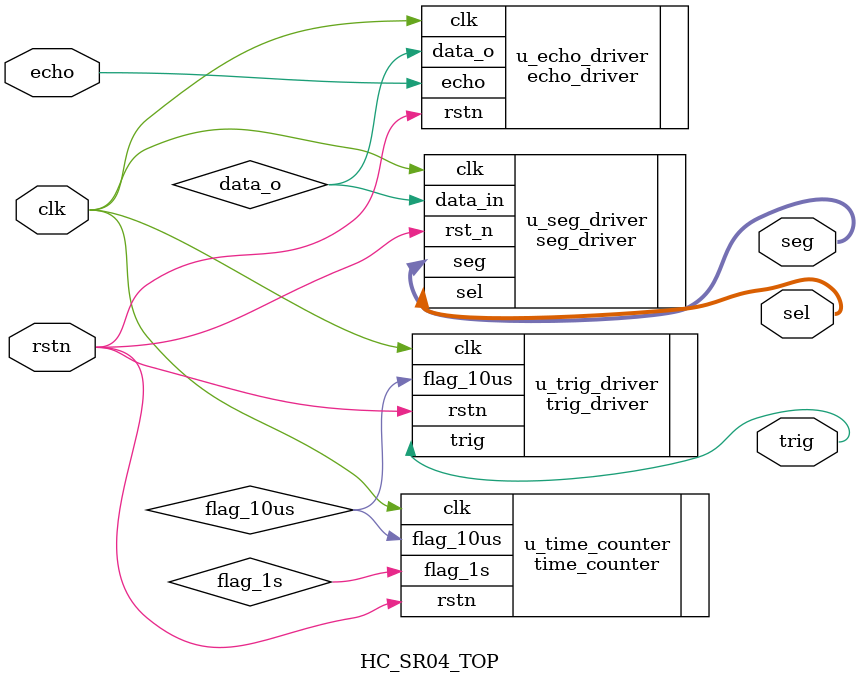
<source format=v>
module HC_SR04_TOP (
    input  wire        clk         ,
    input  wire        rstn        ,
    input  wire        echo        ,

    output wire        trig        ,
    output wire [7:0]  sel         ,
    output wire [7:0]  seg         
);

    wire    flag_1s     ;
    wire    flag_10us   ;
    wire    data_o      ;
    
time_counter u_time_counter(
    .clk        (clk        ),
    .rstn       (rstn       ),
    .flag_1s    (flag_1s    ),
    .flag_10us  (flag_10us  )
);

trig_driver u_trig_driver(
    .clk         (clk       ), 
    .rstn        (rstn      ),
    .flag_10us   (flag_10us ), 
    .trig        (trig      )
);

echo_driver u_echo_driver(
    .clk         (clk       ),
    .rstn        (rstn      ),
    .echo        (echo      ),
    .data_o      (data_o    )
);

seg_driver u_seg_driver(  
	.clk		(clk        ),   //50MHz
	.rst_n	    (rstn       ),   //low valid
	.data_in	(data_o     ),   //待显示数据
    .sel        (sel        ),   // 我这里是8位段选，可以换6位，但是要自己改代码
    .seg        (seg        )
);	

endmodule //HC_SR04_TOP
</source>
